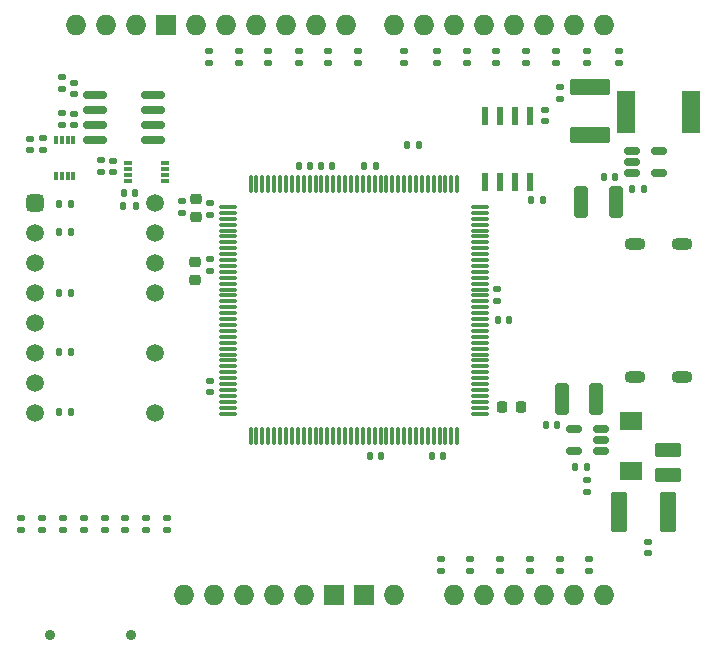
<source format=gbs>
G04 #@! TF.GenerationSoftware,KiCad,Pcbnew,6.0.10-86aedd382b~118~ubuntu22.10.1*
G04 #@! TF.CreationDate,2023-02-02T20:30:57+01:00*
G04 #@! TF.ProjectId,FPGHat,46504748-6174-42e6-9b69-6361645f7063,rev?*
G04 #@! TF.SameCoordinates,Original*
G04 #@! TF.FileFunction,Soldermask,Bot*
G04 #@! TF.FilePolarity,Negative*
%FSLAX46Y46*%
G04 Gerber Fmt 4.6, Leading zero omitted, Abs format (unit mm)*
G04 Created by KiCad (PCBNEW 6.0.10-86aedd382b~118~ubuntu22.10.1) date 2023-02-02 20:30:57*
%MOMM*%
%LPD*%
G01*
G04 APERTURE LIST*
G04 Aperture macros list*
%AMRoundRect*
0 Rectangle with rounded corners*
0 $1 Rounding radius*
0 $2 $3 $4 $5 $6 $7 $8 $9 X,Y pos of 4 corners*
0 Add a 4 corners polygon primitive as box body*
4,1,4,$2,$3,$4,$5,$6,$7,$8,$9,$2,$3,0*
0 Add four circle primitives for the rounded corners*
1,1,$1+$1,$2,$3*
1,1,$1+$1,$4,$5*
1,1,$1+$1,$6,$7*
1,1,$1+$1,$8,$9*
0 Add four rect primitives between the rounded corners*
20,1,$1+$1,$2,$3,$4,$5,0*
20,1,$1+$1,$4,$5,$6,$7,0*
20,1,$1+$1,$6,$7,$8,$9,0*
20,1,$1+$1,$8,$9,$2,$3,0*%
G04 Aperture macros list end*
%ADD10RoundRect,0.375000X-0.375000X-0.375000X0.375000X-0.375000X0.375000X0.375000X-0.375000X0.375000X0*%
%ADD11C,1.500000*%
%ADD12C,0.900000*%
%ADD13RoundRect,0.500000X0.400000X0.000000X0.400000X0.000000X-0.400000X0.000000X-0.400000X0.000000X0*%
%ADD14O,1.727200X1.727200*%
%ADD15R,1.727200X1.727200*%
%ADD16RoundRect,0.249999X0.450001X1.450001X-0.450001X1.450001X-0.450001X-1.450001X0.450001X-1.450001X0*%
%ADD17RoundRect,0.135000X-0.135000X-0.185000X0.135000X-0.185000X0.135000X0.185000X-0.135000X0.185000X0*%
%ADD18RoundRect,0.225000X-0.250000X0.225000X-0.250000X-0.225000X0.250000X-0.225000X0.250000X0.225000X0*%
%ADD19RoundRect,0.140000X0.140000X0.170000X-0.140000X0.170000X-0.140000X-0.170000X0.140000X-0.170000X0*%
%ADD20RoundRect,0.135000X-0.185000X0.135000X-0.185000X-0.135000X0.185000X-0.135000X0.185000X0.135000X0*%
%ADD21RoundRect,0.135000X0.185000X-0.135000X0.185000X0.135000X-0.185000X0.135000X-0.185000X-0.135000X0*%
%ADD22RoundRect,0.075000X-0.662500X-0.075000X0.662500X-0.075000X0.662500X0.075000X-0.662500X0.075000X0*%
%ADD23RoundRect,0.075000X-0.075000X-0.662500X0.075000X-0.662500X0.075000X0.662500X-0.075000X0.662500X0*%
%ADD24RoundRect,0.140000X-0.170000X0.140000X-0.170000X-0.140000X0.170000X-0.140000X0.170000X0.140000X0*%
%ADD25RoundRect,0.140000X0.170000X-0.140000X0.170000X0.140000X-0.170000X0.140000X-0.170000X-0.140000X0*%
%ADD26RoundRect,0.249999X-1.450001X0.450001X-1.450001X-0.450001X1.450001X-0.450001X1.450001X0.450001X0*%
%ADD27R,0.600000X1.500000*%
%ADD28RoundRect,0.135000X0.135000X0.185000X-0.135000X0.185000X-0.135000X-0.185000X0.135000X-0.185000X0*%
%ADD29RoundRect,0.140000X-0.140000X-0.170000X0.140000X-0.170000X0.140000X0.170000X-0.140000X0.170000X0*%
%ADD30R,0.300000X0.800000*%
%ADD31RoundRect,0.150000X0.825000X0.150000X-0.825000X0.150000X-0.825000X-0.150000X0.825000X-0.150000X0*%
%ADD32R,1.900000X1.600000*%
%ADD33RoundRect,0.250000X-0.325000X-1.100000X0.325000X-1.100000X0.325000X1.100000X-0.325000X1.100000X0*%
%ADD34RoundRect,0.150000X0.512500X0.150000X-0.512500X0.150000X-0.512500X-0.150000X0.512500X-0.150000X0*%
%ADD35RoundRect,0.218750X-0.218750X-0.256250X0.218750X-0.256250X0.218750X0.256250X-0.218750X0.256250X0*%
%ADD36RoundRect,0.150000X-0.512500X-0.150000X0.512500X-0.150000X0.512500X0.150000X-0.512500X0.150000X0*%
%ADD37R,1.500000X3.560000*%
%ADD38R,1.500000X3.600000*%
%ADD39RoundRect,0.250000X-0.850000X0.375000X-0.850000X-0.375000X0.850000X-0.375000X0.850000X0.375000X0*%
%ADD40R,0.800000X0.300000*%
%ADD41RoundRect,0.250000X0.325000X1.100000X-0.325000X1.100000X-0.325000X-1.100000X0.325000X-1.100000X0*%
G04 APERTURE END LIST*
D10*
X23000000Y-40894000D03*
D11*
X23000000Y-43434000D03*
X23000000Y-45974000D03*
X23000000Y-48514000D03*
X23000000Y-51054000D03*
X23000000Y-53594000D03*
X23000000Y-56134000D03*
X23000000Y-58674000D03*
X33160000Y-58674000D03*
X33160000Y-53594000D03*
X33160000Y-48514000D03*
X33160000Y-45974000D03*
X33160000Y-43434000D03*
X33160000Y-40894000D03*
D12*
X24300000Y-77500000D03*
X31100000Y-77500000D03*
D13*
X73800000Y-44380000D03*
X77800000Y-44380000D03*
X77800000Y-55620000D03*
X73800000Y-55620000D03*
D14*
X35649000Y-74130000D03*
X43269000Y-74130000D03*
X45809000Y-74130000D03*
X58509000Y-74130000D03*
X61049000Y-74130000D03*
X63589000Y-74130000D03*
X66129000Y-74130000D03*
X68669000Y-74130000D03*
X71209000Y-74130000D03*
X31585000Y-25870000D03*
X71209000Y-25870000D03*
X68669000Y-25870000D03*
X66129000Y-25870000D03*
X63589000Y-25870000D03*
X61049000Y-25870000D03*
X58509000Y-25870000D03*
X55969000Y-25870000D03*
X53429000Y-25870000D03*
X49365000Y-25870000D03*
X46825000Y-25870000D03*
X44285000Y-25870000D03*
X41745000Y-25870000D03*
X39205000Y-25870000D03*
X36665000Y-25870000D03*
D15*
X34125000Y-25870000D03*
X48349000Y-74130000D03*
X50889000Y-74130000D03*
D14*
X38189000Y-74130000D03*
X40729000Y-74130000D03*
X26505000Y-25870000D03*
X29045000Y-25870000D03*
X53429000Y-74130000D03*
D16*
X76550000Y-67100000D03*
X72450000Y-67100000D03*
D17*
X24990000Y-43400000D03*
X26010000Y-43400000D03*
D18*
X36550000Y-45900000D03*
X36550000Y-47450000D03*
D19*
X67200000Y-59700000D03*
X66240000Y-59700000D03*
D20*
X62050000Y-28040000D03*
X62050000Y-29060000D03*
D21*
X25300000Y-34310000D03*
X25300000Y-33290000D03*
D22*
X39337500Y-58750000D03*
X39337500Y-58250000D03*
X39337500Y-57750000D03*
X39337500Y-57250000D03*
X39337500Y-56750000D03*
X39337500Y-56250000D03*
X39337500Y-55750000D03*
X39337500Y-55250000D03*
X39337500Y-54750000D03*
X39337500Y-54250000D03*
X39337500Y-53750000D03*
X39337500Y-53250000D03*
X39337500Y-52750000D03*
X39337500Y-52250000D03*
X39337500Y-51750000D03*
X39337500Y-51250000D03*
X39337500Y-50750000D03*
X39337500Y-50250000D03*
X39337500Y-49750000D03*
X39337500Y-49250000D03*
X39337500Y-48750000D03*
X39337500Y-48250000D03*
X39337500Y-47750000D03*
X39337500Y-47250000D03*
X39337500Y-46750000D03*
X39337500Y-46250000D03*
X39337500Y-45750000D03*
X39337500Y-45250000D03*
X39337500Y-44750000D03*
X39337500Y-44250000D03*
X39337500Y-43750000D03*
X39337500Y-43250000D03*
X39337500Y-42750000D03*
X39337500Y-42250000D03*
X39337500Y-41750000D03*
X39337500Y-41250000D03*
D23*
X41250000Y-39337500D03*
X41750000Y-39337500D03*
X42250000Y-39337500D03*
X42750000Y-39337500D03*
X43250000Y-39337500D03*
X43750000Y-39337500D03*
X44250000Y-39337500D03*
X44750000Y-39337500D03*
X45250000Y-39337500D03*
X45750000Y-39337500D03*
X46250000Y-39337500D03*
X46750000Y-39337500D03*
X47250000Y-39337500D03*
X47750000Y-39337500D03*
X48250000Y-39337500D03*
X48750000Y-39337500D03*
X49250000Y-39337500D03*
X49750000Y-39337500D03*
X50250000Y-39337500D03*
X50750000Y-39337500D03*
X51250000Y-39337500D03*
X51750000Y-39337500D03*
X52250000Y-39337500D03*
X52750000Y-39337500D03*
X53250000Y-39337500D03*
X53750000Y-39337500D03*
X54250000Y-39337500D03*
X54750000Y-39337500D03*
X55250000Y-39337500D03*
X55750000Y-39337500D03*
X56250000Y-39337500D03*
X56750000Y-39337500D03*
X57250000Y-39337500D03*
X57750000Y-39337500D03*
X58250000Y-39337500D03*
X58750000Y-39337500D03*
D22*
X60662500Y-41250000D03*
X60662500Y-41750000D03*
X60662500Y-42250000D03*
X60662500Y-42750000D03*
X60662500Y-43250000D03*
X60662500Y-43750000D03*
X60662500Y-44250000D03*
X60662500Y-44750000D03*
X60662500Y-45250000D03*
X60662500Y-45750000D03*
X60662500Y-46250000D03*
X60662500Y-46750000D03*
X60662500Y-47250000D03*
X60662500Y-47750000D03*
X60662500Y-48250000D03*
X60662500Y-48750000D03*
X60662500Y-49250000D03*
X60662500Y-49750000D03*
X60662500Y-50250000D03*
X60662500Y-50750000D03*
X60662500Y-51250000D03*
X60662500Y-51750000D03*
X60662500Y-52250000D03*
X60662500Y-52750000D03*
X60662500Y-53250000D03*
X60662500Y-53750000D03*
X60662500Y-54250000D03*
X60662500Y-54750000D03*
X60662500Y-55250000D03*
X60662500Y-55750000D03*
X60662500Y-56250000D03*
X60662500Y-56750000D03*
X60662500Y-57250000D03*
X60662500Y-57750000D03*
X60662500Y-58250000D03*
X60662500Y-58750000D03*
D23*
X58750000Y-60662500D03*
X58250000Y-60662500D03*
X57750000Y-60662500D03*
X57250000Y-60662500D03*
X56750000Y-60662500D03*
X56250000Y-60662500D03*
X55750000Y-60662500D03*
X55250000Y-60662500D03*
X54750000Y-60662500D03*
X54250000Y-60662500D03*
X53750000Y-60662500D03*
X53250000Y-60662500D03*
X52750000Y-60662500D03*
X52250000Y-60662500D03*
X51750000Y-60662500D03*
X51250000Y-60662500D03*
X50750000Y-60662500D03*
X50250000Y-60662500D03*
X49750000Y-60662500D03*
X49250000Y-60662500D03*
X48750000Y-60662500D03*
X48250000Y-60662500D03*
X47750000Y-60662500D03*
X47250000Y-60662500D03*
X46750000Y-60662500D03*
X46250000Y-60662500D03*
X45750000Y-60662500D03*
X45250000Y-60662500D03*
X44750000Y-60662500D03*
X44250000Y-60662500D03*
X43750000Y-60662500D03*
X43250000Y-60662500D03*
X42750000Y-60662500D03*
X42250000Y-60662500D03*
X41750000Y-60662500D03*
X41250000Y-60662500D03*
D20*
X27114284Y-67590000D03*
X27114284Y-68610000D03*
D24*
X37800000Y-45695000D03*
X37800000Y-46655000D03*
D20*
X35450000Y-40740000D03*
X35450000Y-41760000D03*
D19*
X31500000Y-40100000D03*
X30540000Y-40100000D03*
D20*
X59850000Y-71040000D03*
X59850000Y-72060000D03*
D25*
X62150000Y-49180000D03*
X62150000Y-48220000D03*
D21*
X69750000Y-65360000D03*
X69750000Y-64340000D03*
D17*
X24990000Y-58600000D03*
X26010000Y-58600000D03*
D24*
X67450000Y-31120000D03*
X67450000Y-32080000D03*
D20*
X37700000Y-28040000D03*
X37700000Y-29060000D03*
D24*
X22600000Y-35470000D03*
X22600000Y-36430000D03*
D20*
X57000000Y-28040000D03*
X57000000Y-29060000D03*
D26*
X69950000Y-31100000D03*
X69950000Y-35200000D03*
D20*
X62370000Y-71040000D03*
X62370000Y-72060000D03*
D17*
X24990000Y-53550000D03*
X26010000Y-53550000D03*
D20*
X67410000Y-71040000D03*
X67410000Y-72060000D03*
D17*
X24990000Y-41000000D03*
X26010000Y-41000000D03*
D19*
X57580000Y-62300000D03*
X56620000Y-62300000D03*
D27*
X64900000Y-39175000D03*
X63630000Y-39175000D03*
X62360000Y-39175000D03*
X61090000Y-39175000D03*
X61090000Y-33575000D03*
X62360000Y-33575000D03*
X63630000Y-33575000D03*
X64900000Y-33575000D03*
D20*
X50350000Y-28040000D03*
X50350000Y-29060000D03*
X45350000Y-28040000D03*
X45350000Y-29060000D03*
D24*
X29600000Y-37370000D03*
X29600000Y-38330000D03*
D20*
X40300000Y-28040000D03*
X40300000Y-29060000D03*
D17*
X73540000Y-39750000D03*
X74560000Y-39750000D03*
D28*
X69720000Y-63300000D03*
X68700000Y-63300000D03*
D20*
X42700000Y-28040000D03*
X42700000Y-29060000D03*
D29*
X51370000Y-62300000D03*
X52330000Y-62300000D03*
D25*
X26300000Y-31710000D03*
X26300000Y-30750000D03*
X74859528Y-70580000D03*
X74859528Y-69620000D03*
D20*
X30657140Y-67590000D03*
X30657140Y-68610000D03*
D24*
X37800000Y-56000000D03*
X37800000Y-56960000D03*
D25*
X66200000Y-34010000D03*
X66200000Y-33050000D03*
D19*
X72130000Y-38690000D03*
X71170000Y-38690000D03*
D20*
X21800000Y-67590000D03*
X21800000Y-68610000D03*
D21*
X69700000Y-29060000D03*
X69700000Y-28040000D03*
D29*
X50870000Y-37750000D03*
X51830000Y-37750000D03*
D30*
X26250000Y-38650000D03*
X25750000Y-38650000D03*
X25250000Y-38650000D03*
X24750000Y-38650000D03*
X24750000Y-35550000D03*
X25250000Y-35550000D03*
X25750000Y-35550000D03*
X26250000Y-35550000D03*
D31*
X33025000Y-31745000D03*
X33025000Y-33015000D03*
X33025000Y-34285000D03*
X33025000Y-35555000D03*
X28075000Y-35555000D03*
X28075000Y-34285000D03*
X28075000Y-33015000D03*
X28075000Y-31745000D03*
D17*
X24990000Y-48500000D03*
X26010000Y-48500000D03*
D20*
X59600000Y-28040000D03*
X59600000Y-29060000D03*
D32*
X73500000Y-59350000D03*
X73500000Y-63650000D03*
D20*
X67150000Y-28040000D03*
X67150000Y-29060000D03*
D33*
X67575000Y-57550000D03*
X70525000Y-57550000D03*
D20*
X28550000Y-37290000D03*
X28550000Y-38310000D03*
X28885712Y-67590000D03*
X28885712Y-68610000D03*
D24*
X37850000Y-40950000D03*
X37850000Y-41910000D03*
D20*
X34200000Y-67590000D03*
X34200000Y-68610000D03*
X69930000Y-71040000D03*
X69930000Y-72060000D03*
D34*
X70887500Y-60050000D03*
X70887500Y-61000000D03*
X70887500Y-61950000D03*
X68612500Y-61950000D03*
X68612500Y-60050000D03*
D20*
X64600000Y-28040000D03*
X64600000Y-29060000D03*
D21*
X25300000Y-31260000D03*
X25300000Y-30240000D03*
D20*
X23571428Y-67590000D03*
X23571428Y-68610000D03*
D19*
X48180000Y-37800000D03*
X47220000Y-37800000D03*
D17*
X54530000Y-36000000D03*
X55550000Y-36000000D03*
D20*
X32428568Y-67590000D03*
X32428568Y-68610000D03*
X25342856Y-67590000D03*
X25342856Y-68610000D03*
D28*
X66020000Y-40700000D03*
X65000000Y-40700000D03*
D20*
X57330000Y-71040000D03*
X57330000Y-72060000D03*
X47800000Y-28040000D03*
X47800000Y-29060000D03*
D35*
X62550000Y-58200000D03*
X64125000Y-58200000D03*
D36*
X73562500Y-38400000D03*
X73562500Y-37450000D03*
X73562500Y-36500000D03*
X75837500Y-36500000D03*
X75837500Y-38400000D03*
D37*
X78550000Y-33200000D03*
D38*
X73050000Y-33200000D03*
D28*
X31510000Y-41150000D03*
X30490000Y-41150000D03*
D29*
X45320000Y-37800000D03*
X46280000Y-37800000D03*
X62170000Y-50850000D03*
X63130000Y-50850000D03*
D18*
X36650000Y-40550000D03*
X36650000Y-42100000D03*
D21*
X72450000Y-29060000D03*
X72450000Y-28040000D03*
D39*
X76600000Y-61825000D03*
X76600000Y-63975000D03*
D20*
X23650000Y-35440000D03*
X23650000Y-36460000D03*
D40*
X34000000Y-37550000D03*
X34000000Y-38050000D03*
X34000000Y-38550000D03*
X34000000Y-39050000D03*
X30900000Y-39050000D03*
X30900000Y-38550000D03*
X30900000Y-38050000D03*
X30900000Y-37550000D03*
D25*
X26300000Y-34310000D03*
X26300000Y-33350000D03*
D20*
X64890000Y-71040000D03*
X64890000Y-72060000D03*
D41*
X72150000Y-40850000D03*
X69200000Y-40850000D03*
D20*
X54200000Y-28040000D03*
X54200000Y-29060000D03*
M02*

</source>
